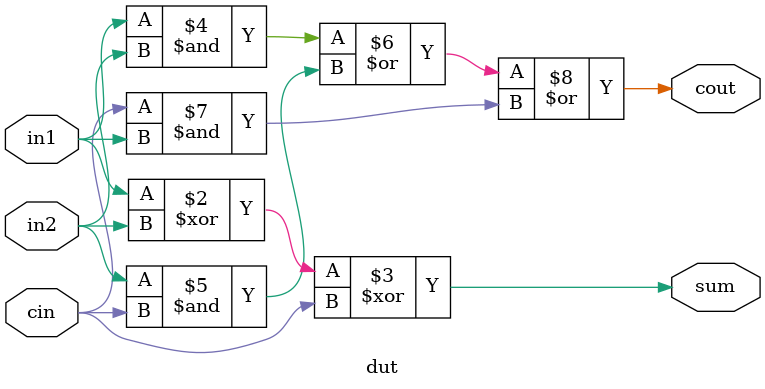
<source format=sv>
module dut(

input logic in1,
input logic in2,
input logic cin,

output logic sum,
output logic cout


);


always_comb begin

sum = in1 ^ in2 ^ cin;
cout = (in1 & in2) | (in2 & cin) | (cin & in1);

end


endmodule

</source>
